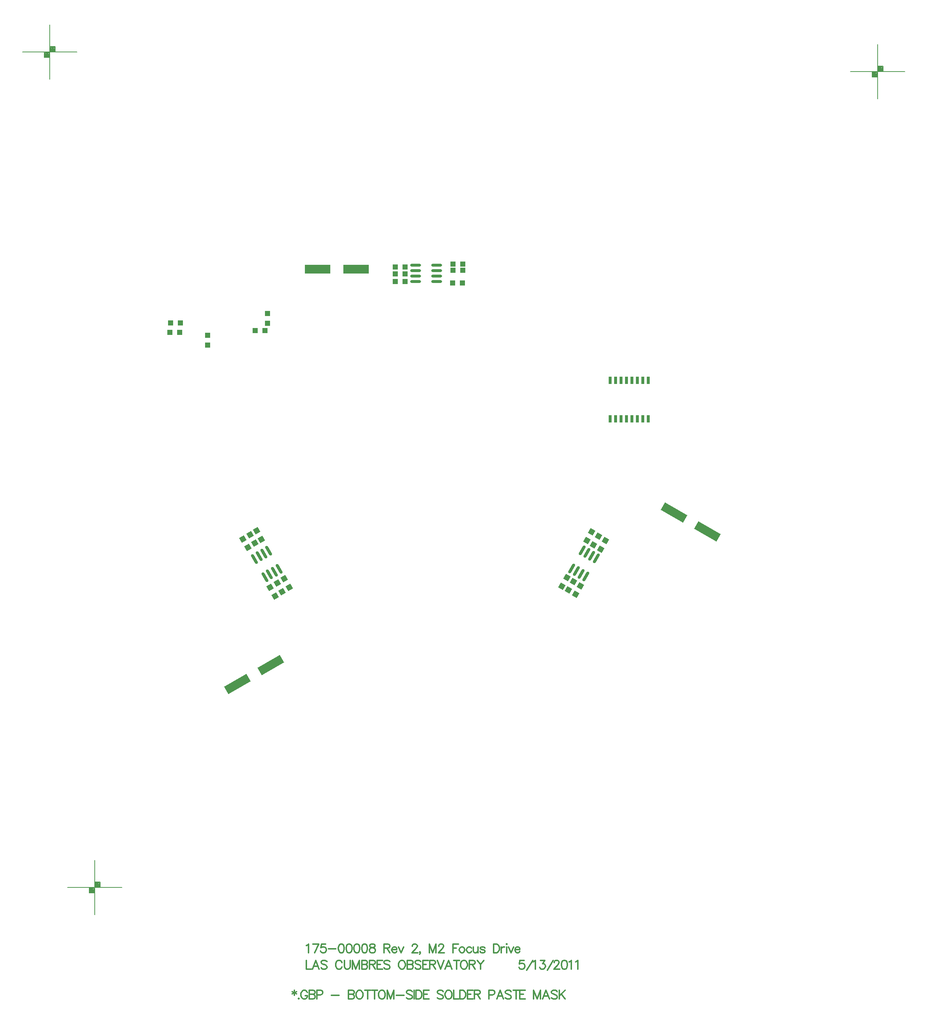
<source format=gbp>
%FSLAX23Y23*%
%MOIN*%
G70*
G01*
G75*
G04 Layer_Color=128*
%ADD10R,0.050X0.050*%
%ADD11R,0.070X0.135*%
%ADD12R,0.050X0.050*%
%ADD13R,0.063X0.075*%
%ADD14R,0.048X0.078*%
%ADD15R,0.087X0.059*%
%ADD16R,0.059X0.051*%
%ADD17R,0.078X0.048*%
G04:AMPARAMS|DCode=18|XSize=78mil|YSize=48mil|CornerRadius=0mil|HoleSize=0mil|Usage=FLASHONLY|Rotation=120.000|XOffset=0mil|YOffset=0mil|HoleType=Round|Shape=Rectangle|*
%AMROTATEDRECTD18*
4,1,4,0.040,-0.022,-0.001,-0.046,-0.040,0.022,0.001,0.046,0.040,-0.022,0.0*
%
%ADD18ROTATEDRECTD18*%

G04:AMPARAMS|DCode=19|XSize=78mil|YSize=48mil|CornerRadius=0mil|HoleSize=0mil|Usage=FLASHONLY|Rotation=240.000|XOffset=0mil|YOffset=0mil|HoleType=Round|Shape=Rectangle|*
%AMROTATEDRECTD19*
4,1,4,-0.001,0.046,0.040,0.022,0.001,-0.046,-0.040,-0.022,-0.001,0.046,0.0*
%
%ADD19ROTATEDRECTD19*%

%ADD20R,0.051X0.059*%
%ADD21R,0.040X0.067*%
%ADD22O,0.012X0.069*%
G04:AMPARAMS|DCode=23|XSize=135mil|YSize=70mil|CornerRadius=0mil|HoleSize=0mil|Usage=FLASHONLY|Rotation=30.000|XOffset=0mil|YOffset=0mil|HoleType=Round|Shape=Rectangle|*
%AMROTATEDRECTD23*
4,1,4,-0.041,-0.064,-0.076,-0.003,0.041,0.064,0.076,0.003,-0.041,-0.064,0.0*
%
%ADD23ROTATEDRECTD23*%

G04:AMPARAMS|DCode=24|XSize=135mil|YSize=70mil|CornerRadius=0mil|HoleSize=0mil|Usage=FLASHONLY|Rotation=150.000|XOffset=0mil|YOffset=0mil|HoleType=Round|Shape=Rectangle|*
%AMROTATEDRECTD24*
4,1,4,0.076,-0.003,0.041,-0.064,-0.076,0.003,-0.041,0.064,0.076,-0.003,0.0*
%
%ADD24ROTATEDRECTD24*%

%ADD25R,0.067X0.040*%
%ADD26R,0.065X0.094*%
%ADD27O,0.024X0.010*%
%ADD28O,0.027X0.010*%
%ADD29R,0.060X0.126*%
%ADD30R,0.200X0.040*%
%ADD31R,0.200X0.150*%
%ADD32O,0.098X0.028*%
%ADD33R,0.094X0.102*%
%ADD34R,0.057X0.012*%
%ADD35R,0.025X0.185*%
%ADD36R,0.025X0.100*%
%ADD37C,0.010*%
%ADD38C,0.005*%
%ADD39C,0.030*%
%ADD40C,0.050*%
%ADD41C,0.020*%
%ADD42C,0.012*%
%ADD43C,0.008*%
%ADD44C,0.012*%
%ADD45C,0.012*%
%ADD46C,0.335*%
%ADD47C,0.531*%
%ADD48C,0.413*%
%ADD49C,0.236*%
%ADD50C,0.059*%
%ADD51P,0.084X4X375.0*%
%ADD52P,0.084X4X255.0*%
%ADD53R,0.059X0.059*%
%ADD54P,0.084X4X105.0*%
%ADD55R,0.059X0.059*%
%ADD56P,0.084X4X345.0*%
%ADD57C,0.219*%
%ADD58C,0.070*%
%ADD59P,0.099X4X345.0*%
%ADD60P,0.099X4X105.0*%
%ADD61C,0.050*%
%ADD62C,0.059*%
%ADD63R,0.059X0.059*%
%ADD64P,0.084X4X255.0*%
%ADD65C,0.120*%
%ADD66R,0.098X0.098*%
%ADD67C,0.098*%
%ADD68R,0.070X0.070*%
%ADD69C,0.079*%
%ADD70P,0.084X4X375.0*%
%ADD71C,0.085*%
%ADD72C,0.055*%
%ADD73C,0.116*%
%ADD74P,0.078X4X165.0*%
%ADD75C,0.220*%
%ADD76C,0.039*%
%ADD77C,0.157*%
%ADD78R,0.079X0.039*%
%ADD79O,0.079X0.039*%
%ADD80C,0.024*%
%ADD81C,0.030*%
%ADD82C,0.020*%
%ADD83C,0.026*%
%ADD84C,0.040*%
%ADD85C,0.375*%
%ADD86C,0.571*%
%ADD87C,0.257*%
%ADD88C,0.158*%
%ADD89C,0.075*%
G04:AMPARAMS|DCode=90|XSize=95.433mil|YSize=95.433mil|CornerRadius=0mil|HoleSize=0mil|Usage=FLASHONLY|Rotation=0.000|XOffset=0mil|YOffset=0mil|HoleType=Round|Shape=Relief|Width=10mil|Gap=10mil|Entries=4|*
%AMTHD90*
7,0,0,0.095,0.075,0.010,45*
%
%ADD90THD90*%
%ADD91C,0.206*%
%ADD92C,0.080*%
G04:AMPARAMS|DCode=93|XSize=100mil|YSize=100mil|CornerRadius=0mil|HoleSize=0mil|Usage=FLASHONLY|Rotation=0.000|XOffset=0mil|YOffset=0mil|HoleType=Round|Shape=Relief|Width=10mil|Gap=10mil|Entries=4|*
%AMTHD93*
7,0,0,0.100,0.080,0.010,45*
%
%ADD93THD93*%
%ADD94C,0.075*%
%ADD95C,0.110*%
%ADD96C,0.099*%
%ADD97C,0.102*%
%ADD98C,0.075*%
%ADD99C,0.168*%
%ADD100C,0.080*%
%ADD101C,0.076*%
%ADD102C,0.131*%
%ADD103C,0.070*%
%ADD104C,0.052*%
G04:AMPARAMS|DCode=105|XSize=85mil|YSize=85mil|CornerRadius=0mil|HoleSize=0mil|Usage=FLASHONLY|Rotation=0.000|XOffset=0mil|YOffset=0mil|HoleType=Round|Shape=Relief|Width=10mil|Gap=10mil|Entries=4|*
%AMTHD105*
7,0,0,0.085,0.065,0.010,45*
%
%ADD105THD105*%
%ADD106C,0.065*%
G04:AMPARAMS|DCode=107|XSize=72mil|YSize=72mil|CornerRadius=0mil|HoleSize=0mil|Usage=FLASHONLY|Rotation=0.000|XOffset=0mil|YOffset=0mil|HoleType=Round|Shape=Relief|Width=10mil|Gap=10mil|Entries=4|*
%AMTHD107*
7,0,0,0.072,0.052,0.010,45*
%
%ADD107THD107*%
%ADD108C,0.053*%
G04:AMPARAMS|DCode=109|XSize=90mil|YSize=90mil|CornerRadius=0mil|HoleSize=0mil|Usage=FLASHONLY|Rotation=0.000|XOffset=0mil|YOffset=0mil|HoleType=Round|Shape=Relief|Width=10mil|Gap=10mil|Entries=4|*
%AMTHD109*
7,0,0,0.090,0.070,0.010,45*
%
%ADD109THD109*%
G04:AMPARAMS|DCode=110|XSize=95.433mil|YSize=95.433mil|CornerRadius=0mil|HoleSize=0mil|Usage=FLASHONLY|Rotation=0.000|XOffset=0mil|YOffset=0mil|HoleType=Round|Shape=Relief|Width=10mil|Gap=10mil|Entries=4|*
%AMTHD110*
7,0,0,0.095,0.075,0.010,45*
%
%ADD110THD110*%
G04:AMPARAMS|DCode=111|XSize=130mil|YSize=130mil|CornerRadius=0mil|HoleSize=0mil|Usage=FLASHONLY|Rotation=0.000|XOffset=0mil|YOffset=0mil|HoleType=Round|Shape=Relief|Width=10mil|Gap=10mil|Entries=4|*
%AMTHD111*
7,0,0,0.130,0.110,0.010,45*
%
%ADD111THD111*%
%ADD112C,0.087*%
G04:AMPARAMS|DCode=113|XSize=122mil|YSize=122mil|CornerRadius=0mil|HoleSize=0mil|Usage=FLASHONLY|Rotation=0.000|XOffset=0mil|YOffset=0mil|HoleType=Round|Shape=Relief|Width=10mil|Gap=10mil|Entries=4|*
%AMTHD113*
7,0,0,0.122,0.102,0.010,45*
%
%ADD113THD113*%
G04:AMPARAMS|DCode=114|XSize=95mil|YSize=95mil|CornerRadius=0mil|HoleSize=0mil|Usage=FLASHONLY|Rotation=0.000|XOffset=0mil|YOffset=0mil|HoleType=Round|Shape=Relief|Width=10mil|Gap=10mil|Entries=4|*
%AMTHD114*
7,0,0,0.095,0.075,0.010,45*
%
%ADD114THD114*%
G04:AMPARAMS|DCode=115|XSize=96.221mil|YSize=96.221mil|CornerRadius=0mil|HoleSize=0mil|Usage=FLASHONLY|Rotation=0.000|XOffset=0mil|YOffset=0mil|HoleType=Round|Shape=Relief|Width=10mil|Gap=10mil|Entries=4|*
%AMTHD115*
7,0,0,0.096,0.076,0.010,45*
%
%ADD115THD115*%
G04:AMPARAMS|DCode=116|XSize=150.551mil|YSize=150.551mil|CornerRadius=0mil|HoleSize=0mil|Usage=FLASHONLY|Rotation=0.000|XOffset=0mil|YOffset=0mil|HoleType=Round|Shape=Relief|Width=10mil|Gap=10mil|Entries=4|*
%AMTHD116*
7,0,0,0.151,0.131,0.010,45*
%
%ADD116THD116*%
G04:AMPARAMS|DCode=117|XSize=89.528mil|YSize=89.528mil|CornerRadius=0mil|HoleSize=0mil|Usage=FLASHONLY|Rotation=0.000|XOffset=0mil|YOffset=0mil|HoleType=Round|Shape=Relief|Width=10mil|Gap=10mil|Entries=4|*
%AMTHD117*
7,0,0,0.090,0.070,0.010,45*
%
%ADD117THD117*%
G04:AMPARAMS|DCode=118|XSize=72.992mil|YSize=72.992mil|CornerRadius=0mil|HoleSize=0mil|Usage=FLASHONLY|Rotation=0.000|XOffset=0mil|YOffset=0mil|HoleType=Round|Shape=Relief|Width=10mil|Gap=10mil|Entries=4|*
%AMTHD118*
7,0,0,0.073,0.053,0.010,45*
%
%ADD118THD118*%
G04:AMPARAMS|DCode=119|XSize=79mil|YSize=236mil|CornerRadius=0mil|HoleSize=0mil|Usage=FLASHONLY|Rotation=120.000|XOffset=0mil|YOffset=0mil|HoleType=Round|Shape=Rectangle|*
%AMROTATEDRECTD119*
4,1,4,0.122,0.025,-0.083,-0.093,-0.122,-0.025,0.083,0.093,0.122,0.025,0.0*
%
%ADD119ROTATEDRECTD119*%

G04:AMPARAMS|DCode=120|XSize=79mil|YSize=236mil|CornerRadius=0mil|HoleSize=0mil|Usage=FLASHONLY|Rotation=240.000|XOffset=0mil|YOffset=0mil|HoleType=Round|Shape=Rectangle|*
%AMROTATEDRECTD120*
4,1,4,-0.083,0.093,0.122,-0.025,0.083,-0.093,-0.122,0.025,-0.083,0.093,0.0*
%
%ADD120ROTATEDRECTD120*%

%ADD121P,0.071X4X285.0*%
%ADD122P,0.071X4X165.0*%
G04:AMPARAMS|DCode=123|XSize=28mil|YSize=98mil|CornerRadius=0mil|HoleSize=0mil|Usage=FLASHONLY|Rotation=330.000|XOffset=0mil|YOffset=0mil|HoleType=Round|Shape=Round|*
%AMOVALD123*
21,1,0.071,0.028,0.000,0.000,60.0*
1,1,0.028,-0.018,-0.031*
1,1,0.028,0.018,0.031*
%
%ADD123OVALD123*%

G04:AMPARAMS|DCode=124|XSize=28mil|YSize=98mil|CornerRadius=0mil|HoleSize=0mil|Usage=FLASHONLY|Rotation=210.000|XOffset=0mil|YOffset=0mil|HoleType=Round|Shape=Round|*
%AMOVALD124*
21,1,0.071,0.028,0.000,0.000,300.0*
1,1,0.028,-0.018,0.031*
1,1,0.028,0.018,-0.031*
%
%ADD124OVALD124*%

%ADD125R,0.025X0.070*%
%ADD126R,0.236X0.079*%
%ADD127C,0.075*%
%ADD128C,0.010*%
%ADD129C,0.007*%
%ADD130C,0.024*%
%ADD131C,0.010*%
%ADD132C,0.008*%
%ADD133C,0.020*%
%ADD134C,0.006*%
%ADD135R,0.195X0.150*%
%ADD136R,0.020X0.082*%
%ADD137R,0.058X0.058*%
%ADD138R,0.078X0.143*%
%ADD139R,0.058X0.058*%
%ADD140R,0.071X0.083*%
%ADD141R,0.056X0.086*%
%ADD142R,0.095X0.067*%
%ADD143R,0.067X0.059*%
%ADD144R,0.086X0.056*%
G04:AMPARAMS|DCode=145|XSize=86mil|YSize=56mil|CornerRadius=0mil|HoleSize=0mil|Usage=FLASHONLY|Rotation=120.000|XOffset=0mil|YOffset=0mil|HoleType=Round|Shape=Rectangle|*
%AMROTATEDRECTD145*
4,1,4,0.046,-0.023,-0.003,-0.051,-0.046,0.023,0.003,0.051,0.046,-0.023,0.0*
%
%ADD145ROTATEDRECTD145*%

G04:AMPARAMS|DCode=146|XSize=86mil|YSize=56mil|CornerRadius=0mil|HoleSize=0mil|Usage=FLASHONLY|Rotation=240.000|XOffset=0mil|YOffset=0mil|HoleType=Round|Shape=Rectangle|*
%AMROTATEDRECTD146*
4,1,4,-0.003,0.051,0.046,0.023,0.003,-0.051,-0.046,-0.023,-0.003,0.051,0.0*
%
%ADD146ROTATEDRECTD146*%

%ADD147R,0.059X0.067*%
%ADD148R,0.048X0.075*%
%ADD149O,0.020X0.077*%
G04:AMPARAMS|DCode=150|XSize=143mil|YSize=78mil|CornerRadius=0mil|HoleSize=0mil|Usage=FLASHONLY|Rotation=30.000|XOffset=0mil|YOffset=0mil|HoleType=Round|Shape=Rectangle|*
%AMROTATEDRECTD150*
4,1,4,-0.042,-0.070,-0.081,-0.002,0.042,0.070,0.081,0.002,-0.042,-0.070,0.0*
%
%ADD150ROTATEDRECTD150*%

G04:AMPARAMS|DCode=151|XSize=143mil|YSize=78mil|CornerRadius=0mil|HoleSize=0mil|Usage=FLASHONLY|Rotation=150.000|XOffset=0mil|YOffset=0mil|HoleType=Round|Shape=Rectangle|*
%AMROTATEDRECTD151*
4,1,4,0.081,-0.002,0.042,-0.070,-0.081,0.002,-0.042,0.070,0.081,-0.002,0.0*
%
%ADD151ROTATEDRECTD151*%

%ADD152R,0.075X0.048*%
%ADD153R,0.073X0.102*%
%ADD154O,0.032X0.018*%
%ADD155O,0.035X0.018*%
%ADD156R,0.068X0.134*%
%ADD157R,0.208X0.048*%
%ADD158R,0.208X0.158*%
%ADD159O,0.106X0.036*%
%ADD160R,0.102X0.110*%
%ADD161R,0.061X0.016*%
%ADD162R,0.033X0.193*%
%ADD163R,0.033X0.108*%
%ADD164C,0.343*%
%ADD165C,0.539*%
%ADD166C,0.421*%
%ADD167C,0.244*%
%ADD168C,0.067*%
%ADD169P,0.095X4X375.0*%
%ADD170P,0.095X4X255.0*%
%ADD171R,0.067X0.067*%
%ADD172P,0.095X4X105.0*%
%ADD173R,0.067X0.067*%
%ADD174P,0.095X4X345.0*%
%ADD175C,0.227*%
%ADD176C,0.078*%
%ADD177P,0.110X4X345.0*%
%ADD178P,0.110X4X105.0*%
%ADD179C,0.058*%
%ADD180C,0.067*%
%ADD181R,0.067X0.067*%
%ADD182P,0.095X4X255.0*%
%ADD183C,0.128*%
%ADD184R,0.106X0.106*%
%ADD185C,0.106*%
%ADD186R,0.078X0.078*%
%ADD187C,0.087*%
%ADD188P,0.095X4X375.0*%
%ADD189C,0.093*%
%ADD190C,0.063*%
%ADD191C,0.124*%
%ADD192P,0.089X4X165.0*%
%ADD193C,0.228*%
%ADD194C,0.047*%
%ADD195C,0.165*%
%ADD196R,0.087X0.047*%
%ADD197O,0.087X0.047*%
%ADD198C,0.032*%
%ADD199C,0.038*%
%ADD200C,0.028*%
%ADD201R,2.441X0.253*%
G04:AMPARAMS|DCode=202|XSize=87mil|YSize=244mil|CornerRadius=0mil|HoleSize=0mil|Usage=FLASHONLY|Rotation=120.000|XOffset=0mil|YOffset=0mil|HoleType=Round|Shape=Rectangle|*
%AMROTATEDRECTD202*
4,1,4,0.127,0.023,-0.084,-0.099,-0.127,-0.023,0.084,0.099,0.127,0.023,0.0*
%
%ADD202ROTATEDRECTD202*%

G04:AMPARAMS|DCode=203|XSize=87mil|YSize=244mil|CornerRadius=0mil|HoleSize=0mil|Usage=FLASHONLY|Rotation=240.000|XOffset=0mil|YOffset=0mil|HoleType=Round|Shape=Rectangle|*
%AMROTATEDRECTD203*
4,1,4,-0.084,0.099,0.127,-0.023,0.084,-0.099,-0.127,0.023,-0.084,0.099,0.0*
%
%ADD203ROTATEDRECTD203*%

%ADD204P,0.082X4X285.0*%
%ADD205P,0.082X4X165.0*%
G04:AMPARAMS|DCode=206|XSize=36mil|YSize=106mil|CornerRadius=0mil|HoleSize=0mil|Usage=FLASHONLY|Rotation=330.000|XOffset=0mil|YOffset=0mil|HoleType=Round|Shape=Round|*
%AMOVALD206*
21,1,0.071,0.036,0.000,0.000,60.0*
1,1,0.036,-0.018,-0.031*
1,1,0.036,0.018,0.031*
%
%ADD206OVALD206*%

G04:AMPARAMS|DCode=207|XSize=36mil|YSize=106mil|CornerRadius=0mil|HoleSize=0mil|Usage=FLASHONLY|Rotation=210.000|XOffset=0mil|YOffset=0mil|HoleType=Round|Shape=Round|*
%AMOVALD207*
21,1,0.071,0.036,0.000,0.000,300.0*
1,1,0.036,-0.018,0.031*
1,1,0.036,0.018,-0.031*
%
%ADD207OVALD207*%

%ADD208R,0.033X0.078*%
%ADD209R,0.244X0.087*%
%ADD210C,0.034*%
D10*
X30038Y32754D02*
D03*
Y32844D02*
D03*
X29486Y32645D02*
D03*
Y32555D02*
D03*
D12*
X29923Y32689D02*
D03*
X30013D02*
D03*
X29231Y32670D02*
D03*
X29141D02*
D03*
X29146Y32758D02*
D03*
X29236D02*
D03*
X31209Y33271D02*
D03*
X31299D02*
D03*
Y33136D02*
D03*
X31209D02*
D03*
X31828Y33123D02*
D03*
X31738D02*
D03*
X31829Y33296D02*
D03*
X31739D02*
D03*
Y33241D02*
D03*
X31829D02*
D03*
X31299Y33206D02*
D03*
X31209D02*
D03*
D32*
X31397Y33136D02*
D03*
Y33186D02*
D03*
Y33236D02*
D03*
Y33286D02*
D03*
X31590Y33136D02*
D03*
Y33186D02*
D03*
Y33236D02*
D03*
Y33286D02*
D03*
D43*
X35389Y35063D02*
X35889D01*
X35639Y34813D02*
Y35313D01*
X35689Y35063D02*
Y35113D01*
X35639D02*
X35689D01*
X35589Y35013D02*
Y35063D01*
Y35013D02*
X35639D01*
X35594Y35058D02*
X35634D01*
X35594Y35018D02*
Y35058D01*
Y35018D02*
X35634D01*
Y35058D01*
X35599Y35053D02*
X35629D01*
X35599Y35023D02*
Y35053D01*
Y35023D02*
X35629D01*
Y35048D01*
X35604D02*
X35624D01*
X35604Y35028D02*
Y35048D01*
Y35028D02*
X35624D01*
Y35043D01*
X35609D02*
X35619D01*
X35609Y35033D02*
Y35043D01*
Y35033D02*
X35619D01*
Y35043D01*
X35609Y35038D02*
X35619D01*
X35644Y35108D02*
X35684D01*
X35644Y35068D02*
Y35108D01*
Y35068D02*
X35684D01*
Y35108D01*
X35649Y35103D02*
X35679D01*
X35649Y35073D02*
Y35103D01*
Y35073D02*
X35679D01*
Y35098D01*
X35654D02*
X35674D01*
X35654Y35078D02*
Y35098D01*
Y35078D02*
X35674D01*
Y35093D01*
X35659D02*
X35669D01*
X35659Y35083D02*
Y35093D01*
Y35083D02*
X35669D01*
Y35093D01*
X35659Y35088D02*
X35669D01*
X27787Y35244D02*
X28287D01*
X28037Y34994D02*
Y35494D01*
X28087Y35244D02*
Y35294D01*
X28037D02*
X28087D01*
X27987Y35194D02*
Y35244D01*
Y35194D02*
X28037D01*
X27992Y35239D02*
X28032D01*
X27992Y35199D02*
Y35239D01*
Y35199D02*
X28032D01*
Y35239D01*
X27997Y35234D02*
X28027D01*
X27997Y35204D02*
Y35234D01*
Y35204D02*
X28027D01*
Y35229D01*
X28002D02*
X28022D01*
X28002Y35209D02*
Y35229D01*
Y35209D02*
X28022D01*
Y35224D01*
X28007D02*
X28017D01*
X28007Y35214D02*
Y35224D01*
Y35214D02*
X28017D01*
Y35224D01*
X28007Y35219D02*
X28017D01*
X28042Y35289D02*
X28082D01*
X28042Y35249D02*
Y35289D01*
Y35249D02*
X28082D01*
Y35289D01*
X28047Y35284D02*
X28077D01*
X28047Y35254D02*
Y35284D01*
Y35254D02*
X28077D01*
Y35279D01*
X28052D02*
X28072D01*
X28052Y35259D02*
Y35279D01*
Y35259D02*
X28072D01*
Y35274D01*
X28057D02*
X28067D01*
X28057Y35264D02*
Y35274D01*
Y35264D02*
X28067D01*
Y35274D01*
X28057Y35269D02*
X28067D01*
X28199Y27577D02*
X28699D01*
X28449Y27327D02*
Y27827D01*
X28499Y27577D02*
Y27627D01*
X28449D02*
X28499D01*
X28399Y27527D02*
Y27577D01*
Y27527D02*
X28449D01*
X28404Y27572D02*
X28444D01*
X28404Y27532D02*
Y27572D01*
Y27532D02*
X28444D01*
Y27572D01*
X28409Y27567D02*
X28439D01*
X28409Y27537D02*
Y27567D01*
Y27537D02*
X28439D01*
Y27562D01*
X28414D02*
X28434D01*
X28414Y27542D02*
Y27562D01*
Y27542D02*
X28434D01*
Y27557D01*
X28419D02*
X28429D01*
X28419Y27547D02*
Y27557D01*
Y27547D02*
X28429D01*
Y27557D01*
X28419Y27552D02*
X28429D01*
X28454Y27622D02*
X28494D01*
X28454Y27582D02*
Y27622D01*
Y27582D02*
X28494D01*
Y27622D01*
X28459Y27617D02*
X28489D01*
X28459Y27587D02*
Y27617D01*
Y27587D02*
X28489D01*
Y27612D01*
X28464D02*
X28484D01*
X28464Y27592D02*
Y27612D01*
Y27592D02*
X28484D01*
Y27607D01*
X28469D02*
X28479D01*
X28469Y27597D02*
Y27607D01*
Y27597D02*
X28479D01*
Y27607D01*
X28469Y27602D02*
X28479D01*
D44*
X30395Y26909D02*
Y26829D01*
X30440D01*
X30510D02*
X30480Y26909D01*
X30449Y26829D01*
X30461Y26855D02*
X30499D01*
X30582Y26897D02*
X30575Y26905D01*
X30563Y26909D01*
X30548D01*
X30536Y26905D01*
X30529Y26897D01*
Y26889D01*
X30533Y26882D01*
X30536Y26878D01*
X30544Y26874D01*
X30567Y26867D01*
X30575Y26863D01*
X30578Y26859D01*
X30582Y26851D01*
Y26840D01*
X30575Y26832D01*
X30563Y26829D01*
X30548D01*
X30536Y26832D01*
X30529Y26840D01*
X30720Y26889D02*
X30716Y26897D01*
X30709Y26905D01*
X30701Y26909D01*
X30686D01*
X30678Y26905D01*
X30671Y26897D01*
X30667Y26889D01*
X30663Y26878D01*
Y26859D01*
X30667Y26848D01*
X30671Y26840D01*
X30678Y26832D01*
X30686Y26829D01*
X30701D01*
X30709Y26832D01*
X30716Y26840D01*
X30720Y26848D01*
X30742Y26909D02*
Y26851D01*
X30746Y26840D01*
X30754Y26832D01*
X30765Y26829D01*
X30773D01*
X30784Y26832D01*
X30792Y26840D01*
X30796Y26851D01*
Y26909D01*
X30818D02*
Y26829D01*
Y26909D02*
X30848Y26829D01*
X30879Y26909D02*
X30848Y26829D01*
X30879Y26909D02*
Y26829D01*
X30902Y26909D02*
Y26829D01*
Y26909D02*
X30936D01*
X30947Y26905D01*
X30951Y26901D01*
X30955Y26893D01*
Y26886D01*
X30951Y26878D01*
X30947Y26874D01*
X30936Y26870D01*
X30902D02*
X30936D01*
X30947Y26867D01*
X30951Y26863D01*
X30955Y26855D01*
Y26844D01*
X30951Y26836D01*
X30947Y26832D01*
X30936Y26829D01*
X30902D01*
X30973Y26909D02*
Y26829D01*
Y26909D02*
X31007D01*
X31019Y26905D01*
X31022Y26901D01*
X31026Y26893D01*
Y26886D01*
X31022Y26878D01*
X31019Y26874D01*
X31007Y26870D01*
X30973D01*
X31000D02*
X31026Y26829D01*
X31094Y26909D02*
X31044D01*
Y26829D01*
X31094D01*
X31044Y26870D02*
X31075D01*
X31160Y26897D02*
X31153Y26905D01*
X31141Y26909D01*
X31126D01*
X31115Y26905D01*
X31107Y26897D01*
Y26889D01*
X31111Y26882D01*
X31115Y26878D01*
X31122Y26874D01*
X31145Y26867D01*
X31153Y26863D01*
X31157Y26859D01*
X31160Y26851D01*
Y26840D01*
X31153Y26832D01*
X31141Y26829D01*
X31126D01*
X31115Y26832D01*
X31107Y26840D01*
X31264Y26909D02*
X31256Y26905D01*
X31249Y26897D01*
X31245Y26889D01*
X31241Y26878D01*
Y26859D01*
X31245Y26848D01*
X31249Y26840D01*
X31256Y26832D01*
X31264Y26829D01*
X31279D01*
X31287Y26832D01*
X31294Y26840D01*
X31298Y26848D01*
X31302Y26859D01*
Y26878D01*
X31298Y26889D01*
X31294Y26897D01*
X31287Y26905D01*
X31279Y26909D01*
X31264D01*
X31321D02*
Y26829D01*
Y26909D02*
X31355D01*
X31366Y26905D01*
X31370Y26901D01*
X31374Y26893D01*
Y26886D01*
X31370Y26878D01*
X31366Y26874D01*
X31355Y26870D01*
X31321D02*
X31355D01*
X31366Y26867D01*
X31370Y26863D01*
X31374Y26855D01*
Y26844D01*
X31370Y26836D01*
X31366Y26832D01*
X31355Y26829D01*
X31321D01*
X31445Y26897D02*
X31438Y26905D01*
X31426Y26909D01*
X31411D01*
X31399Y26905D01*
X31392Y26897D01*
Y26889D01*
X31396Y26882D01*
X31399Y26878D01*
X31407Y26874D01*
X31430Y26867D01*
X31438Y26863D01*
X31441Y26859D01*
X31445Y26851D01*
Y26840D01*
X31438Y26832D01*
X31426Y26829D01*
X31411D01*
X31399Y26832D01*
X31392Y26840D01*
X31513Y26909D02*
X31463D01*
Y26829D01*
X31513D01*
X31463Y26870D02*
X31494D01*
X31526Y26909D02*
Y26829D01*
Y26909D02*
X31560D01*
X31572Y26905D01*
X31575Y26901D01*
X31579Y26893D01*
Y26886D01*
X31575Y26878D01*
X31572Y26874D01*
X31560Y26870D01*
X31526D01*
X31553D02*
X31579Y26829D01*
X31597Y26909D02*
X31628Y26829D01*
X31658Y26909D02*
X31628Y26829D01*
X31729D02*
X31699Y26909D01*
X31668Y26829D01*
X31680Y26855D02*
X31718D01*
X31775Y26909D02*
Y26829D01*
X31748Y26909D02*
X31801D01*
X31834D02*
X31826Y26905D01*
X31818Y26897D01*
X31815Y26889D01*
X31811Y26878D01*
Y26859D01*
X31815Y26848D01*
X31818Y26840D01*
X31826Y26832D01*
X31834Y26829D01*
X31849D01*
X31857Y26832D01*
X31864Y26840D01*
X31868Y26848D01*
X31872Y26859D01*
Y26878D01*
X31868Y26889D01*
X31864Y26897D01*
X31857Y26905D01*
X31849Y26909D01*
X31834D01*
X31890D02*
Y26829D01*
Y26909D02*
X31925D01*
X31936Y26905D01*
X31940Y26901D01*
X31944Y26893D01*
Y26886D01*
X31940Y26878D01*
X31936Y26874D01*
X31925Y26870D01*
X31890D01*
X31917D02*
X31944Y26829D01*
X31962Y26909D02*
X31992Y26870D01*
Y26829D01*
X32023Y26909D02*
X31992Y26870D01*
X32393Y26909D02*
X32355D01*
X32351Y26874D01*
X32355Y26878D01*
X32366Y26882D01*
X32378D01*
X32389Y26878D01*
X32397Y26870D01*
X32400Y26859D01*
Y26851D01*
X32397Y26840D01*
X32389Y26832D01*
X32378Y26829D01*
X32366D01*
X32355Y26832D01*
X32351Y26836D01*
X32347Y26844D01*
X32418Y26817D02*
X32472Y26909D01*
X32477Y26893D02*
X32485Y26897D01*
X32496Y26909D01*
Y26829D01*
X32543Y26909D02*
X32585D01*
X32562Y26878D01*
X32574D01*
X32581Y26874D01*
X32585Y26870D01*
X32589Y26859D01*
Y26851D01*
X32585Y26840D01*
X32578Y26832D01*
X32566Y26829D01*
X32555D01*
X32543Y26832D01*
X32539Y26836D01*
X32536Y26844D01*
X32607Y26817D02*
X32660Y26909D01*
X32669Y26889D02*
Y26893D01*
X32673Y26901D01*
X32677Y26905D01*
X32685Y26909D01*
X32700D01*
X32707Y26905D01*
X32711Y26901D01*
X32715Y26893D01*
Y26886D01*
X32711Y26878D01*
X32704Y26867D01*
X32666Y26829D01*
X32719D01*
X32760Y26909D02*
X32748Y26905D01*
X32741Y26893D01*
X32737Y26874D01*
Y26863D01*
X32741Y26844D01*
X32748Y26832D01*
X32760Y26829D01*
X32767D01*
X32779Y26832D01*
X32786Y26844D01*
X32790Y26863D01*
Y26874D01*
X32786Y26893D01*
X32779Y26905D01*
X32767Y26909D01*
X32760D01*
X32808Y26893D02*
X32816Y26897D01*
X32827Y26909D01*
Y26829D01*
X32867Y26893D02*
X32874Y26897D01*
X32886Y26909D01*
Y26829D01*
D45*
X30284Y26634D02*
Y26588D01*
X30265Y26622D02*
X30303Y26600D01*
Y26622D02*
X30265Y26600D01*
X30323Y26561D02*
X30319Y26558D01*
X30323Y26554D01*
X30327Y26558D01*
X30323Y26561D01*
X30402Y26615D02*
X30398Y26622D01*
X30390Y26630D01*
X30383Y26634D01*
X30367D01*
X30360Y26630D01*
X30352Y26622D01*
X30348Y26615D01*
X30344Y26603D01*
Y26584D01*
X30348Y26573D01*
X30352Y26565D01*
X30360Y26558D01*
X30367Y26554D01*
X30383D01*
X30390Y26558D01*
X30398Y26565D01*
X30402Y26573D01*
Y26584D01*
X30383D02*
X30402D01*
X30420Y26634D02*
Y26554D01*
Y26634D02*
X30454D01*
X30466Y26630D01*
X30469Y26626D01*
X30473Y26619D01*
Y26611D01*
X30469Y26603D01*
X30466Y26600D01*
X30454Y26596D01*
X30420D02*
X30454D01*
X30466Y26592D01*
X30469Y26588D01*
X30473Y26580D01*
Y26569D01*
X30469Y26561D01*
X30466Y26558D01*
X30454Y26554D01*
X30420D01*
X30491Y26592D02*
X30525D01*
X30537Y26596D01*
X30541Y26600D01*
X30544Y26607D01*
Y26619D01*
X30541Y26626D01*
X30537Y26630D01*
X30525Y26634D01*
X30491D01*
Y26554D01*
X30625Y26588D02*
X30694D01*
X30780Y26634D02*
Y26554D01*
Y26634D02*
X30814D01*
X30826Y26630D01*
X30830Y26626D01*
X30834Y26619D01*
Y26611D01*
X30830Y26603D01*
X30826Y26600D01*
X30814Y26596D01*
X30780D02*
X30814D01*
X30826Y26592D01*
X30830Y26588D01*
X30834Y26580D01*
Y26569D01*
X30830Y26561D01*
X30826Y26558D01*
X30814Y26554D01*
X30780D01*
X30874Y26634D02*
X30867Y26630D01*
X30859Y26622D01*
X30855Y26615D01*
X30851Y26603D01*
Y26584D01*
X30855Y26573D01*
X30859Y26565D01*
X30867Y26558D01*
X30874Y26554D01*
X30889D01*
X30897Y26558D01*
X30905Y26565D01*
X30909Y26573D01*
X30912Y26584D01*
Y26603D01*
X30909Y26615D01*
X30905Y26622D01*
X30897Y26630D01*
X30889Y26634D01*
X30874D01*
X30958D02*
Y26554D01*
X30931Y26634D02*
X30984D01*
X31021D02*
Y26554D01*
X30994Y26634D02*
X31047D01*
X31080D02*
X31072Y26630D01*
X31064Y26622D01*
X31060Y26615D01*
X31057Y26603D01*
Y26584D01*
X31060Y26573D01*
X31064Y26565D01*
X31072Y26558D01*
X31080Y26554D01*
X31095D01*
X31102Y26558D01*
X31110Y26565D01*
X31114Y26573D01*
X31118Y26584D01*
Y26603D01*
X31114Y26615D01*
X31110Y26622D01*
X31102Y26630D01*
X31095Y26634D01*
X31080D01*
X31136D02*
Y26554D01*
Y26634D02*
X31167Y26554D01*
X31197Y26634D02*
X31167Y26554D01*
X31197Y26634D02*
Y26554D01*
X31220Y26588D02*
X31289D01*
X31366Y26622D02*
X31358Y26630D01*
X31347Y26634D01*
X31331D01*
X31320Y26630D01*
X31312Y26622D01*
Y26615D01*
X31316Y26607D01*
X31320Y26603D01*
X31327Y26600D01*
X31350Y26592D01*
X31358Y26588D01*
X31362Y26584D01*
X31366Y26577D01*
Y26565D01*
X31358Y26558D01*
X31347Y26554D01*
X31331D01*
X31320Y26558D01*
X31312Y26565D01*
X31383Y26634D02*
Y26554D01*
X31400Y26634D02*
Y26554D01*
Y26634D02*
X31427D01*
X31438Y26630D01*
X31446Y26622D01*
X31450Y26615D01*
X31454Y26603D01*
Y26584D01*
X31450Y26573D01*
X31446Y26565D01*
X31438Y26558D01*
X31427Y26554D01*
X31400D01*
X31521Y26634D02*
X31471D01*
Y26554D01*
X31521D01*
X31471Y26596D02*
X31502D01*
X31650Y26622D02*
X31643Y26630D01*
X31631Y26634D01*
X31616D01*
X31605Y26630D01*
X31597Y26622D01*
Y26615D01*
X31601Y26607D01*
X31605Y26603D01*
X31612Y26600D01*
X31635Y26592D01*
X31643Y26588D01*
X31647Y26584D01*
X31650Y26577D01*
Y26565D01*
X31643Y26558D01*
X31631Y26554D01*
X31616D01*
X31605Y26558D01*
X31597Y26565D01*
X31691Y26634D02*
X31684Y26630D01*
X31676Y26622D01*
X31672Y26615D01*
X31668Y26603D01*
Y26584D01*
X31672Y26573D01*
X31676Y26565D01*
X31684Y26558D01*
X31691Y26554D01*
X31706D01*
X31714Y26558D01*
X31722Y26565D01*
X31726Y26573D01*
X31729Y26584D01*
Y26603D01*
X31726Y26615D01*
X31722Y26622D01*
X31714Y26630D01*
X31706Y26634D01*
X31691D01*
X31748D02*
Y26554D01*
X31794D01*
X31802Y26634D02*
Y26554D01*
Y26634D02*
X31829D01*
X31841Y26630D01*
X31848Y26622D01*
X31852Y26615D01*
X31856Y26603D01*
Y26584D01*
X31852Y26573D01*
X31848Y26565D01*
X31841Y26558D01*
X31829Y26554D01*
X31802D01*
X31923Y26634D02*
X31874D01*
Y26554D01*
X31923D01*
X31874Y26596D02*
X31904D01*
X31937Y26634D02*
Y26554D01*
Y26634D02*
X31971D01*
X31982Y26630D01*
X31986Y26626D01*
X31990Y26619D01*
Y26611D01*
X31986Y26603D01*
X31982Y26600D01*
X31971Y26596D01*
X31937D01*
X31963D02*
X31990Y26554D01*
X32071Y26592D02*
X32105D01*
X32116Y26596D01*
X32120Y26600D01*
X32124Y26607D01*
Y26619D01*
X32120Y26626D01*
X32116Y26630D01*
X32105Y26634D01*
X32071D01*
Y26554D01*
X32203D02*
X32172Y26634D01*
X32142Y26554D01*
X32153Y26580D02*
X32191D01*
X32275Y26622D02*
X32267Y26630D01*
X32256Y26634D01*
X32240D01*
X32229Y26630D01*
X32221Y26622D01*
Y26615D01*
X32225Y26607D01*
X32229Y26603D01*
X32237Y26600D01*
X32259Y26592D01*
X32267Y26588D01*
X32271Y26584D01*
X32275Y26577D01*
Y26565D01*
X32267Y26558D01*
X32256Y26554D01*
X32240D01*
X32229Y26558D01*
X32221Y26565D01*
X32319Y26634D02*
Y26554D01*
X32293Y26634D02*
X32346D01*
X32405D02*
X32355D01*
Y26554D01*
X32405D01*
X32355Y26596D02*
X32386D01*
X32481Y26634D02*
Y26554D01*
Y26634D02*
X32512Y26554D01*
X32542Y26634D02*
X32512Y26554D01*
X32542Y26634D02*
Y26554D01*
X32626D02*
X32595Y26634D01*
X32565Y26554D01*
X32576Y26580D02*
X32614D01*
X32698Y26622D02*
X32690Y26630D01*
X32679Y26634D01*
X32664D01*
X32652Y26630D01*
X32645Y26622D01*
Y26615D01*
X32648Y26607D01*
X32652Y26603D01*
X32660Y26600D01*
X32683Y26592D01*
X32690Y26588D01*
X32694Y26584D01*
X32698Y26577D01*
Y26565D01*
X32690Y26558D01*
X32679Y26554D01*
X32664D01*
X32652Y26558D01*
X32645Y26565D01*
X32716Y26634D02*
Y26554D01*
X32769Y26634D02*
X32716Y26580D01*
X32735Y26600D02*
X32769Y26554D01*
X30395Y27043D02*
X30402Y27047D01*
X30414Y27059D01*
Y26979D01*
X30507Y27059D02*
X30469Y26979D01*
X30453Y27059D02*
X30507D01*
X30570D02*
X30532D01*
X30528Y27024D01*
X30532Y27028D01*
X30544Y27032D01*
X30555D01*
X30567Y27028D01*
X30574Y27020D01*
X30578Y27009D01*
Y27001D01*
X30574Y26990D01*
X30567Y26982D01*
X30555Y26979D01*
X30544D01*
X30532Y26982D01*
X30528Y26986D01*
X30525Y26994D01*
X30596Y27013D02*
X30664D01*
X30711Y27059D02*
X30699Y27055D01*
X30692Y27043D01*
X30688Y27024D01*
Y27013D01*
X30692Y26994D01*
X30699Y26982D01*
X30711Y26979D01*
X30719D01*
X30730Y26982D01*
X30738Y26994D01*
X30741Y27013D01*
Y27024D01*
X30738Y27043D01*
X30730Y27055D01*
X30719Y27059D01*
X30711D01*
X30782D02*
X30771Y27055D01*
X30763Y27043D01*
X30759Y27024D01*
Y27013D01*
X30763Y26994D01*
X30771Y26982D01*
X30782Y26979D01*
X30790D01*
X30801Y26982D01*
X30809Y26994D01*
X30813Y27013D01*
Y27024D01*
X30809Y27043D01*
X30801Y27055D01*
X30790Y27059D01*
X30782D01*
X30853D02*
X30842Y27055D01*
X30834Y27043D01*
X30830Y27024D01*
Y27013D01*
X30834Y26994D01*
X30842Y26982D01*
X30853Y26979D01*
X30861D01*
X30872Y26982D01*
X30880Y26994D01*
X30884Y27013D01*
Y27024D01*
X30880Y27043D01*
X30872Y27055D01*
X30861Y27059D01*
X30853D01*
X30925D02*
X30913Y27055D01*
X30906Y27043D01*
X30902Y27024D01*
Y27013D01*
X30906Y26994D01*
X30913Y26982D01*
X30925Y26979D01*
X30932D01*
X30944Y26982D01*
X30951Y26994D01*
X30955Y27013D01*
Y27024D01*
X30951Y27043D01*
X30944Y27055D01*
X30932Y27059D01*
X30925D01*
X30992D02*
X30981Y27055D01*
X30977Y27047D01*
Y27039D01*
X30981Y27032D01*
X30988Y27028D01*
X31003Y27024D01*
X31015Y27020D01*
X31022Y27013D01*
X31026Y27005D01*
Y26994D01*
X31022Y26986D01*
X31019Y26982D01*
X31007Y26979D01*
X30992D01*
X30981Y26982D01*
X30977Y26986D01*
X30973Y26994D01*
Y27005D01*
X30977Y27013D01*
X30984Y27020D01*
X30996Y27024D01*
X31011Y27028D01*
X31019Y27032D01*
X31022Y27039D01*
Y27047D01*
X31019Y27055D01*
X31007Y27059D01*
X30992D01*
X31107D02*
Y26979D01*
Y27059D02*
X31141D01*
X31153Y27055D01*
X31157Y27051D01*
X31160Y27043D01*
Y27036D01*
X31157Y27028D01*
X31153Y27024D01*
X31141Y27020D01*
X31107D01*
X31134D02*
X31160Y26979D01*
X31178Y27009D02*
X31224D01*
Y27017D01*
X31220Y27024D01*
X31216Y27028D01*
X31209Y27032D01*
X31197D01*
X31190Y27028D01*
X31182Y27020D01*
X31178Y27009D01*
Y27001D01*
X31182Y26990D01*
X31190Y26982D01*
X31197Y26979D01*
X31209D01*
X31216Y26982D01*
X31224Y26990D01*
X31241Y27032D02*
X31264Y26979D01*
X31287Y27032D02*
X31264Y26979D01*
X31366Y27039D02*
Y27043D01*
X31370Y27051D01*
X31374Y27055D01*
X31382Y27059D01*
X31397D01*
X31404Y27055D01*
X31408Y27051D01*
X31412Y27043D01*
Y27036D01*
X31408Y27028D01*
X31401Y27017D01*
X31363Y26979D01*
X31416D01*
X31441Y26982D02*
X31438Y26979D01*
X31434Y26982D01*
X31438Y26986D01*
X31441Y26982D01*
Y26975D01*
X31438Y26967D01*
X31434Y26963D01*
X31522Y27059D02*
Y26979D01*
Y27059D02*
X31552Y26979D01*
X31583Y27059D02*
X31552Y26979D01*
X31583Y27059D02*
Y26979D01*
X31609Y27039D02*
Y27043D01*
X31613Y27051D01*
X31617Y27055D01*
X31625Y27059D01*
X31640D01*
X31647Y27055D01*
X31651Y27051D01*
X31655Y27043D01*
Y27036D01*
X31651Y27028D01*
X31644Y27017D01*
X31606Y26979D01*
X31659D01*
X31740Y27059D02*
Y26979D01*
Y27059D02*
X31789D01*
X31740Y27020D02*
X31770D01*
X31817Y27032D02*
X31810Y27028D01*
X31802Y27020D01*
X31798Y27009D01*
Y27001D01*
X31802Y26990D01*
X31810Y26982D01*
X31817Y26979D01*
X31829D01*
X31836Y26982D01*
X31844Y26990D01*
X31848Y27001D01*
Y27009D01*
X31844Y27020D01*
X31836Y27028D01*
X31829Y27032D01*
X31817D01*
X31911Y27020D02*
X31903Y27028D01*
X31896Y27032D01*
X31884D01*
X31877Y27028D01*
X31869Y27020D01*
X31865Y27009D01*
Y27001D01*
X31869Y26990D01*
X31877Y26982D01*
X31884Y26979D01*
X31896D01*
X31903Y26982D01*
X31911Y26990D01*
X31928Y27032D02*
Y26994D01*
X31932Y26982D01*
X31940Y26979D01*
X31951D01*
X31959Y26982D01*
X31970Y26994D01*
Y27032D02*
Y26979D01*
X32033Y27020D02*
X32029Y27028D01*
X32018Y27032D01*
X32006D01*
X31995Y27028D01*
X31991Y27020D01*
X31995Y27013D01*
X32002Y27009D01*
X32021Y27005D01*
X32029Y27001D01*
X32033Y26994D01*
Y26990D01*
X32029Y26982D01*
X32018Y26979D01*
X32006D01*
X31995Y26982D01*
X31991Y26990D01*
X32112Y27059D02*
Y26979D01*
Y27059D02*
X32139D01*
X32151Y27055D01*
X32158Y27047D01*
X32162Y27039D01*
X32166Y27028D01*
Y27009D01*
X32162Y26998D01*
X32158Y26990D01*
X32151Y26982D01*
X32139Y26979D01*
X32112D01*
X32184Y27032D02*
Y26979D01*
Y27009D02*
X32188Y27020D01*
X32195Y27028D01*
X32203Y27032D01*
X32214D01*
X32229Y27059D02*
X32233Y27055D01*
X32237Y27059D01*
X32233Y27062D01*
X32229Y27059D01*
X32233Y27032D02*
Y26979D01*
X32251Y27032D02*
X32274Y26979D01*
X32296Y27032D02*
X32274Y26979D01*
X32309Y27009D02*
X32355D01*
Y27017D01*
X32351Y27024D01*
X32347Y27028D01*
X32340Y27032D01*
X32328D01*
X32321Y27028D01*
X32313Y27020D01*
X32309Y27009D01*
Y27001D01*
X32313Y26990D01*
X32321Y26982D01*
X32328Y26979D01*
X32340D01*
X32347Y26982D01*
X32355Y26990D01*
D119*
X29761Y29443D02*
D03*
X30066Y29619D02*
D03*
D120*
X33771Y31019D02*
D03*
X34076Y30843D02*
D03*
D121*
X33141Y30760D02*
D03*
X33096Y30682D02*
D03*
X32970Y30762D02*
D03*
X33015Y30840D02*
D03*
X32741Y30342D02*
D03*
X32786Y30420D02*
D03*
X32866Y30267D02*
D03*
X32911Y30345D02*
D03*
X32846Y30385D02*
D03*
X32801Y30307D02*
D03*
X33031Y30722D02*
D03*
X33076Y30800D02*
D03*
D122*
X30106Y30252D02*
D03*
X30061Y30330D02*
D03*
X30191Y30410D02*
D03*
X30236Y30332D02*
D03*
X29936Y30850D02*
D03*
X29981Y30772D02*
D03*
X29811Y30775D02*
D03*
X29856Y30697D02*
D03*
X29921Y30737D02*
D03*
X29876Y30815D02*
D03*
X30126Y30370D02*
D03*
X30171Y30292D02*
D03*
D123*
X32927Y30672D02*
D03*
X32970Y30647D02*
D03*
X33014Y30622D02*
D03*
X33057Y30597D02*
D03*
X32831Y30505D02*
D03*
X32874Y30480D02*
D03*
X32917Y30455D02*
D03*
X32961Y30430D02*
D03*
D124*
X30142Y30500D02*
D03*
X30099Y30475D02*
D03*
X30055Y30450D02*
D03*
X30012Y30425D02*
D03*
X30046Y30667D02*
D03*
X30002Y30642D02*
D03*
X29959Y30617D02*
D03*
X29916Y30592D02*
D03*
D125*
X33184Y31876D02*
D03*
X33234D02*
D03*
X33284D02*
D03*
X33334D02*
D03*
X33384D02*
D03*
X33434D02*
D03*
X33484D02*
D03*
X33534D02*
D03*
Y32231D02*
D03*
X33484D02*
D03*
X33434D02*
D03*
X33384D02*
D03*
X33334D02*
D03*
X33284D02*
D03*
X33234D02*
D03*
X33184D02*
D03*
D126*
X30498Y33251D02*
D03*
X30850D02*
D03*
M02*

</source>
